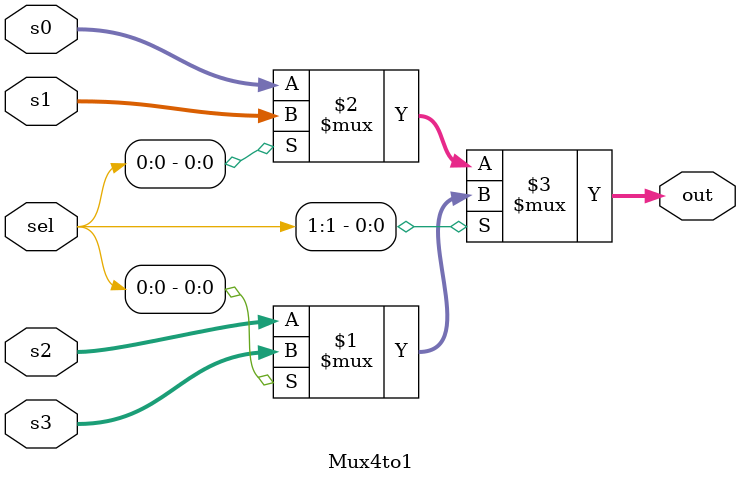
<source format=v>
module Mux4to1 #(
    parameter size = 32
) 
(
    input [1:0] sel,
    input signed [size-1:0] s0,
    input signed [size-1:0] s1,
    input signed [size-1:0] s2,
    input signed [size-1:0] s3,
    output signed [size-1:0] out
);
    // done
    assign out = sel[1] ? (sel[0] ? s3 : s2) : (sel[0] ? s1 : s0);
endmodule


</source>
